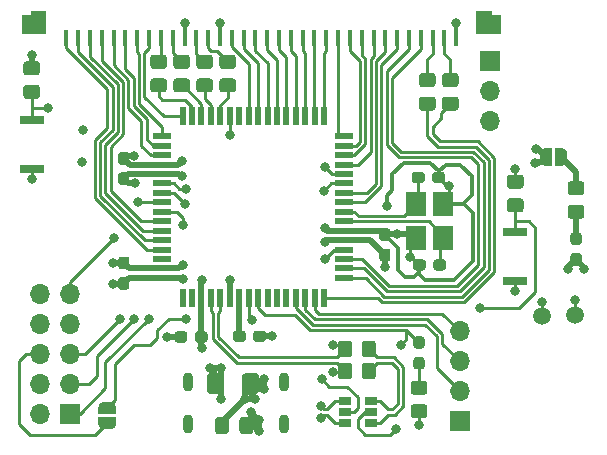
<source format=gbr>
%TF.GenerationSoftware,KiCad,Pcbnew,(5.1.10-1-10_14)*%
%TF.CreationDate,2021-07-23T11:32:30+02:00*%
%TF.ProjectId,WiredSEK,57697265-6453-4454-9b2e-6b696361645f,rev?*%
%TF.SameCoordinates,Original*%
%TF.FileFunction,Copper,L1,Top*%
%TF.FilePolarity,Positive*%
%FSLAX46Y46*%
G04 Gerber Fmt 4.6, Leading zero omitted, Abs format (unit mm)*
G04 Created by KiCad (PCBNEW (5.1.10-1-10_14)) date 2021-07-23 11:32:30*
%MOMM*%
%LPD*%
G01*
G04 APERTURE LIST*
%TA.AperFunction,SMDPad,CuDef*%
%ADD10R,2.000000X0.800000*%
%TD*%
%TA.AperFunction,ComponentPad*%
%ADD11O,0.900000X1.600000*%
%TD*%
%TA.AperFunction,SMDPad,CuDef*%
%ADD12R,1.500000X0.550000*%
%TD*%
%TA.AperFunction,SMDPad,CuDef*%
%ADD13R,0.550000X1.500000*%
%TD*%
%TA.AperFunction,SMDPad,CuDef*%
%ADD14R,0.300000X1.400000*%
%TD*%
%TA.AperFunction,SMDPad,CuDef*%
%ADD15C,0.100000*%
%TD*%
%TA.AperFunction,ComponentPad*%
%ADD16O,1.700000X1.700000*%
%TD*%
%TA.AperFunction,ComponentPad*%
%ADD17R,1.700000X1.700000*%
%TD*%
%TA.AperFunction,SMDPad,CuDef*%
%ADD18R,1.800000X2.100000*%
%TD*%
%TA.AperFunction,SMDPad,CuDef*%
%ADD19R,1.060000X0.650000*%
%TD*%
%TA.AperFunction,SMDPad,CuDef*%
%ADD20C,1.500000*%
%TD*%
%TA.AperFunction,ViaPad*%
%ADD21C,0.800000*%
%TD*%
%TA.AperFunction,Conductor*%
%ADD22C,0.250000*%
%TD*%
%TA.AperFunction,Conductor*%
%ADD23C,0.550000*%
%TD*%
%TA.AperFunction,Conductor*%
%ADD24C,0.300000*%
%TD*%
%TA.AperFunction,Conductor*%
%ADD25C,0.500000*%
%TD*%
%TA.AperFunction,Conductor*%
%ADD26C,0.261112*%
%TD*%
G04 APERTURE END LIST*
D10*
%TO.P,SW2,2*%
%TO.N,GND*%
X111100000Y-64850000D03*
%TO.P,SW2,1*%
%TO.N,RESET*%
X111100000Y-60650000D03*
%TD*%
%TO.P,SW1,2*%
%TO.N,GND*%
X70200000Y-55350000D03*
%TO.P,SW1,1*%
%TO.N,HWB*%
X70200000Y-51150000D03*
%TD*%
D11*
%TO.P,J2,*%
%TO.N,*%
X91550000Y-73400000D03*
X83350000Y-73400000D03*
X83350000Y-76950000D03*
X91550000Y-76950000D03*
%TD*%
%TO.P,C5,2*%
%TO.N,GND*%
%TA.AperFunction,SMDPad,CuDef*%
G36*
G01*
X88925000Y-69737500D02*
X88925000Y-69262500D01*
G75*
G02*
X89162500Y-69025000I237500J0D01*
G01*
X89762500Y-69025000D01*
G75*
G02*
X90000000Y-69262500I0J-237500D01*
G01*
X90000000Y-69737500D01*
G75*
G02*
X89762500Y-69975000I-237500J0D01*
G01*
X89162500Y-69975000D01*
G75*
G02*
X88925000Y-69737500I0J237500D01*
G01*
G37*
%TD.AperFunction*%
%TO.P,C5,1*%
%TO.N,Net-(C5-Pad1)*%
%TA.AperFunction,SMDPad,CuDef*%
G36*
G01*
X87200000Y-69737500D02*
X87200000Y-69262500D01*
G75*
G02*
X87437500Y-69025000I237500J0D01*
G01*
X88037500Y-69025000D01*
G75*
G02*
X88275000Y-69262500I0J-237500D01*
G01*
X88275000Y-69737500D01*
G75*
G02*
X88037500Y-69975000I-237500J0D01*
G01*
X87437500Y-69975000D01*
G75*
G02*
X87200000Y-69737500I0J237500D01*
G01*
G37*
%TD.AperFunction*%
%TD*%
%TO.P,D1,2*%
%TO.N,LED_STATUS*%
%TA.AperFunction,SMDPad,CuDef*%
G36*
G01*
X103187500Y-70550000D02*
X102712500Y-70550000D01*
G75*
G02*
X102475000Y-70312500I0J237500D01*
G01*
X102475000Y-69737500D01*
G75*
G02*
X102712500Y-69500000I237500J0D01*
G01*
X103187500Y-69500000D01*
G75*
G02*
X103425000Y-69737500I0J-237500D01*
G01*
X103425000Y-70312500D01*
G75*
G02*
X103187500Y-70550000I-237500J0D01*
G01*
G37*
%TD.AperFunction*%
%TO.P,D1,1*%
%TO.N,Net-(D1-Pad1)*%
%TA.AperFunction,SMDPad,CuDef*%
G36*
G01*
X103187500Y-72300000D02*
X102712500Y-72300000D01*
G75*
G02*
X102475000Y-72062500I0J237500D01*
G01*
X102475000Y-71487500D01*
G75*
G02*
X102712500Y-71250000I237500J0D01*
G01*
X103187500Y-71250000D01*
G75*
G02*
X103425000Y-71487500I0J-237500D01*
G01*
X103425000Y-72062500D01*
G75*
G02*
X103187500Y-72300000I-237500J0D01*
G01*
G37*
%TD.AperFunction*%
%TD*%
D12*
%TO.P,U2,64*%
%TO.N,+5V*%
X81230000Y-64550000D03*
%TO.P,U2,63*%
%TO.N,GND*%
X81230000Y-63750000D03*
%TO.P,U2,62*%
%TO.N,Net-(U2-Pad62)*%
X81230000Y-62950000D03*
%TO.P,U2,61*%
%TO.N,KROW_0*%
X81230000Y-62150000D03*
%TO.P,U2,60*%
%TO.N,KROW_1*%
X81230000Y-61350000D03*
%TO.P,U2,59*%
%TO.N,KROW_2*%
X81230000Y-60550000D03*
%TO.P,U2,58*%
%TO.N,KROW_3*%
X81230000Y-59750000D03*
%TO.P,U2,57*%
%TO.N,TCK*%
X81230000Y-58950000D03*
%TO.P,U2,56*%
%TO.N,TMS*%
X81230000Y-58150000D03*
%TO.P,U2,55*%
%TO.N,TDO*%
X81230000Y-57350000D03*
%TO.P,U2,54*%
%TO.N,TDI*%
X81230000Y-56550000D03*
%TO.P,U2,53*%
%TO.N,GND*%
X81230000Y-55750000D03*
%TO.P,U2,52*%
%TO.N,+5V*%
X81230000Y-54950000D03*
%TO.P,U2,51*%
%TO.N,KROW_4*%
X81230000Y-54150000D03*
%TO.P,U2,50*%
%TO.N,KROW_5*%
X81230000Y-53350000D03*
%TO.P,U2,49*%
%TO.N,KROW_6*%
X81230000Y-52550000D03*
D13*
%TO.P,U2,48*%
%TO.N,KROW_7*%
X82930000Y-50850000D03*
%TO.P,U2,47*%
%TO.N,NL_LED*%
X83730000Y-50850000D03*
%TO.P,U2,46*%
%TO.N,CL_LED*%
X84530000Y-50850000D03*
%TO.P,U2,45*%
%TO.N,PRW_LED*%
X85330000Y-50850000D03*
%TO.P,U2,44*%
%TO.N,PRR_LED*%
X86130000Y-50850000D03*
%TO.P,U2,43*%
%TO.N,HWB*%
X86930000Y-50850000D03*
%TO.P,U2,42*%
%TO.N,Net-(U2-Pad42)*%
X87730000Y-50850000D03*
%TO.P,U2,41*%
%TO.N,KCOL_0*%
X88530000Y-50850000D03*
%TO.P,U2,40*%
%TO.N,KCOL_1*%
X89330000Y-50850000D03*
%TO.P,U2,39*%
%TO.N,KCOL_2*%
X90130000Y-50850000D03*
%TO.P,U2,38*%
%TO.N,KCOL_3*%
X90930000Y-50850000D03*
%TO.P,U2,37*%
%TO.N,KCOL_4*%
X91730000Y-50850000D03*
%TO.P,U2,36*%
%TO.N,KCOL_5*%
X92530000Y-50850000D03*
%TO.P,U2,35*%
%TO.N,KCOL_6*%
X93330000Y-50850000D03*
%TO.P,U2,34*%
%TO.N,KCOL_7*%
X94130000Y-50850000D03*
%TO.P,U2,33*%
%TO.N,KCOL_8*%
X94930000Y-50850000D03*
D12*
%TO.P,U2,32*%
%TO.N,KCOL_9*%
X96630000Y-52550000D03*
%TO.P,U2,31*%
%TO.N,KCOL_10*%
X96630000Y-53350000D03*
%TO.P,U2,30*%
%TO.N,KCOL_11*%
X96630000Y-54150000D03*
%TO.P,U2,29*%
%TO.N,KCOL_12*%
X96630000Y-54950000D03*
%TO.P,U2,28*%
%TO.N,TX*%
X96630000Y-55750000D03*
%TO.P,U2,27*%
%TO.N,RX*%
X96630000Y-56550000D03*
%TO.P,U2,26*%
%TO.N,KCOL_13*%
X96630000Y-57350000D03*
%TO.P,U2,25*%
%TO.N,KCOL_14*%
X96630000Y-58150000D03*
%TO.P,U2,24*%
%TO.N,XTAL1*%
X96630000Y-58950000D03*
%TO.P,U2,23*%
%TO.N,XTAL2*%
X96630000Y-59750000D03*
%TO.P,U2,22*%
%TO.N,GND*%
X96630000Y-60550000D03*
%TO.P,U2,21*%
%TO.N,+5V*%
X96630000Y-61350000D03*
%TO.P,U2,20*%
%TO.N,RESET*%
X96630000Y-62150000D03*
%TO.P,U2,19*%
%TO.N,KCOL_15*%
X96630000Y-62950000D03*
%TO.P,U2,18*%
%TO.N,KCOL_16*%
X96630000Y-63750000D03*
%TO.P,U2,17*%
%TO.N,FN_LED*%
X96630000Y-64550000D03*
D13*
%TO.P,U2,16*%
%TO.N,RL_LED*%
X94930000Y-66250000D03*
%TO.P,U2,15*%
%TO.N,T0*%
X94130000Y-66250000D03*
%TO.P,U2,14*%
%TO.N,T1*%
X93330000Y-66250000D03*
%TO.P,U2,13*%
%TO.N,T2*%
X92530000Y-66250000D03*
%TO.P,U2,12*%
%TO.N,Net-(U2-Pad12)*%
X91730000Y-66250000D03*
%TO.P,U2,11*%
%TO.N,Net-(U2-Pad11)*%
X90930000Y-66250000D03*
%TO.P,U2,10*%
%TO.N,Net-(U2-Pad10)*%
X90130000Y-66250000D03*
%TO.P,U2,9*%
%TO.N,LED_STATUS*%
X89330000Y-66250000D03*
%TO.P,U2,8*%
%TO.N,VBUS*%
X88530000Y-66250000D03*
%TO.P,U2,7*%
%TO.N,Net-(C5-Pad1)*%
X87730000Y-66250000D03*
%TO.P,U2,6*%
%TO.N,GND*%
X86930000Y-66250000D03*
%TO.P,U2,5*%
%TO.N,D+*%
X86130000Y-66250000D03*
%TO.P,U2,4*%
%TO.N,D-*%
X85330000Y-66250000D03*
%TO.P,U2,3*%
%TO.N,+5V*%
X84530000Y-66250000D03*
%TO.P,U2,2*%
%TO.N,Net-(U2-Pad2)*%
X83730000Y-66250000D03*
%TO.P,U2,1*%
%TO.N,Net-(U2-Pad1)*%
X82930000Y-66250000D03*
%TD*%
%TO.P,R7,2*%
%TO.N,PRW_LED*%
%TA.AperFunction,SMDPad,CuDef*%
G36*
G01*
X84349999Y-47650000D02*
X85250001Y-47650000D01*
G75*
G02*
X85500000Y-47899999I0J-249999D01*
G01*
X85500000Y-48600001D01*
G75*
G02*
X85250001Y-48850000I-249999J0D01*
G01*
X84349999Y-48850000D01*
G75*
G02*
X84100000Y-48600001I0J249999D01*
G01*
X84100000Y-47899999D01*
G75*
G02*
X84349999Y-47650000I249999J0D01*
G01*
G37*
%TD.AperFunction*%
%TO.P,R7,1*%
%TO.N,Net-(J1-Pad12)*%
%TA.AperFunction,SMDPad,CuDef*%
G36*
G01*
X84349999Y-45650000D02*
X85250001Y-45650000D01*
G75*
G02*
X85500000Y-45899999I0J-249999D01*
G01*
X85500000Y-46600001D01*
G75*
G02*
X85250001Y-46850000I-249999J0D01*
G01*
X84349999Y-46850000D01*
G75*
G02*
X84100000Y-46600001I0J249999D01*
G01*
X84100000Y-45899999D01*
G75*
G02*
X84349999Y-45650000I249999J0D01*
G01*
G37*
%TD.AperFunction*%
%TD*%
%TO.P,R11,2*%
%TO.N,NL_LED*%
%TA.AperFunction,SMDPad,CuDef*%
G36*
G01*
X80449999Y-47650000D02*
X81350001Y-47650000D01*
G75*
G02*
X81600000Y-47899999I0J-249999D01*
G01*
X81600000Y-48600001D01*
G75*
G02*
X81350001Y-48850000I-249999J0D01*
G01*
X80449999Y-48850000D01*
G75*
G02*
X80200000Y-48600001I0J249999D01*
G01*
X80200000Y-47899999D01*
G75*
G02*
X80449999Y-47650000I249999J0D01*
G01*
G37*
%TD.AperFunction*%
%TO.P,R11,1*%
%TO.N,Net-(J1-Pad9)*%
%TA.AperFunction,SMDPad,CuDef*%
G36*
G01*
X80449999Y-45650000D02*
X81350001Y-45650000D01*
G75*
G02*
X81600000Y-45899999I0J-249999D01*
G01*
X81600000Y-46600001D01*
G75*
G02*
X81350001Y-46850000I-249999J0D01*
G01*
X80449999Y-46850000D01*
G75*
G02*
X80200000Y-46600001I0J249999D01*
G01*
X80200000Y-45899999D01*
G75*
G02*
X80449999Y-45650000I249999J0D01*
G01*
G37*
%TD.AperFunction*%
%TD*%
D14*
%TO.P,J1,34*%
%TO.N,GND*%
X106100000Y-44210000D03*
%TO.P,J1,33*%
%TO.N,Net-(J1-Pad33)*%
X105100000Y-44210000D03*
%TO.P,J1,32*%
%TO.N,Net-(J1-Pad32)*%
X104100000Y-44210000D03*
%TO.P,J1,31*%
%TO.N,KCOL_16*%
X103100000Y-44210000D03*
%TO.P,J1,30*%
%TO.N,KCOL_15*%
X102100000Y-44210000D03*
%TO.P,J1,29*%
%TO.N,KCOL_14*%
X101100000Y-44210000D03*
%TO.P,J1,28*%
%TO.N,KCOL_13*%
X100100000Y-44210000D03*
%TO.P,J1,27*%
%TO.N,KCOL_12*%
X99100000Y-44210000D03*
%TO.P,J1,26*%
%TO.N,KCOL_11*%
X98100000Y-44210000D03*
%TO.P,J1,25*%
%TO.N,KCOL_10*%
X97100000Y-44210000D03*
%TO.P,J1,24*%
%TO.N,KCOL_9*%
X96100000Y-44210000D03*
%TO.P,J1,23*%
%TO.N,KCOL_8*%
X95100000Y-44210000D03*
%TO.P,J1,22*%
%TO.N,KCOL_7*%
X94100000Y-44210000D03*
%TO.P,J1,21*%
%TO.N,KCOL_6*%
X93100000Y-44210000D03*
%TO.P,J1,20*%
%TO.N,KCOL_5*%
X92100000Y-44210000D03*
%TO.P,J1,19*%
%TO.N,KCOL_4*%
X91100000Y-44210000D03*
%TO.P,J1,18*%
%TO.N,KCOL_3*%
X90100000Y-44210000D03*
%TO.P,J1,17*%
%TO.N,KCOL_2*%
X89100000Y-44210000D03*
%TO.P,J1,16*%
%TO.N,KCOL_1*%
X88100000Y-44210000D03*
%TO.P,J1,15*%
%TO.N,KCOL_0*%
X87100000Y-44210000D03*
%TO.P,J1,14*%
%TO.N,+5V*%
X86100000Y-44210000D03*
%TO.P,J1,13*%
%TO.N,Net-(J1-Pad13)*%
X85100000Y-44210000D03*
%TO.P,J1,12*%
%TO.N,Net-(J1-Pad12)*%
X84100000Y-44210000D03*
%TO.P,J1,11*%
%TO.N,GND*%
X83100000Y-44210000D03*
%TO.P,J1,10*%
%TO.N,Net-(J1-Pad10)*%
X82100000Y-44210000D03*
%TO.P,J1,9*%
%TO.N,Net-(J1-Pad9)*%
X81100000Y-44210000D03*
%TO.P,J1,8*%
%TO.N,KROW_7*%
X80100000Y-44210000D03*
%TO.P,J1,7*%
%TO.N,KROW_6*%
X79100000Y-44210000D03*
%TO.P,J1,6*%
%TO.N,KROW_5*%
X78100000Y-44210000D03*
%TO.P,J1,5*%
%TO.N,KROW_4*%
X77100000Y-44210000D03*
%TO.P,J1,4*%
%TO.N,KROW_3*%
X76100000Y-44210000D03*
%TO.P,J1,3*%
%TO.N,KROW_2*%
X75100000Y-44210000D03*
%TO.P,J1,2*%
%TO.N,KROW_1*%
X74100000Y-44210000D03*
%TA.AperFunction,SMDPad,CuDef*%
D15*
%TO.P,J1,*%
%TO.N,*%
G36*
X71400000Y-43910000D02*
G01*
X69300000Y-43910000D01*
X69300000Y-42310000D01*
X70100000Y-42310000D01*
X70100000Y-41960000D01*
X71400000Y-41960000D01*
X71400000Y-43910000D01*
G37*
%TD.AperFunction*%
%TA.AperFunction,SMDPad,CuDef*%
G36*
X109100000Y-42310000D02*
G01*
X109900000Y-42310000D01*
X109900000Y-43910000D01*
X107800000Y-43910000D01*
X107800000Y-41960000D01*
X109100000Y-41960000D01*
X109100000Y-42310000D01*
G37*
%TD.AperFunction*%
D14*
%TO.P,J1,1*%
%TO.N,KROW_0*%
X73100000Y-44210000D03*
%TD*%
D16*
%TO.P,J4,3*%
%TO.N,TX*%
X108950000Y-51280000D03*
%TO.P,J4,2*%
%TO.N,RX*%
X108950000Y-48740000D03*
D17*
%TO.P,J4,1*%
%TO.N,GND*%
X108950000Y-46200000D03*
%TD*%
%TO.P,R12,2*%
%TO.N,RL_LED*%
%TA.AperFunction,SMDPad,CuDef*%
G36*
G01*
X105149999Y-49200000D02*
X106050001Y-49200000D01*
G75*
G02*
X106300000Y-49449999I0J-249999D01*
G01*
X106300000Y-50150001D01*
G75*
G02*
X106050001Y-50400000I-249999J0D01*
G01*
X105149999Y-50400000D01*
G75*
G02*
X104900000Y-50150001I0J249999D01*
G01*
X104900000Y-49449999D01*
G75*
G02*
X105149999Y-49200000I249999J0D01*
G01*
G37*
%TD.AperFunction*%
%TO.P,R12,1*%
%TO.N,Net-(J1-Pad33)*%
%TA.AperFunction,SMDPad,CuDef*%
G36*
G01*
X105149999Y-47200000D02*
X106050001Y-47200000D01*
G75*
G02*
X106300000Y-47449999I0J-249999D01*
G01*
X106300000Y-48150001D01*
G75*
G02*
X106050001Y-48400000I-249999J0D01*
G01*
X105149999Y-48400000D01*
G75*
G02*
X104900000Y-48150001I0J249999D01*
G01*
X104900000Y-47449999D01*
G75*
G02*
X105149999Y-47200000I249999J0D01*
G01*
G37*
%TD.AperFunction*%
%TD*%
%TO.P,R10,2*%
%TO.N,FN_LED*%
%TA.AperFunction,SMDPad,CuDef*%
G36*
G01*
X103199999Y-49200000D02*
X104100001Y-49200000D01*
G75*
G02*
X104350000Y-49449999I0J-249999D01*
G01*
X104350000Y-50150001D01*
G75*
G02*
X104100001Y-50400000I-249999J0D01*
G01*
X103199999Y-50400000D01*
G75*
G02*
X102950000Y-50150001I0J249999D01*
G01*
X102950000Y-49449999D01*
G75*
G02*
X103199999Y-49200000I249999J0D01*
G01*
G37*
%TD.AperFunction*%
%TO.P,R10,1*%
%TO.N,Net-(J1-Pad32)*%
%TA.AperFunction,SMDPad,CuDef*%
G36*
G01*
X103199999Y-47200000D02*
X104100001Y-47200000D01*
G75*
G02*
X104350000Y-47449999I0J-249999D01*
G01*
X104350000Y-48150001D01*
G75*
G02*
X104100001Y-48400000I-249999J0D01*
G01*
X103199999Y-48400000D01*
G75*
G02*
X102950000Y-48150001I0J249999D01*
G01*
X102950000Y-47449999D01*
G75*
G02*
X103199999Y-47200000I249999J0D01*
G01*
G37*
%TD.AperFunction*%
%TD*%
%TO.P,R9,2*%
%TO.N,CL_LED*%
%TA.AperFunction,SMDPad,CuDef*%
G36*
G01*
X82399999Y-47650000D02*
X83300001Y-47650000D01*
G75*
G02*
X83550000Y-47899999I0J-249999D01*
G01*
X83550000Y-48600001D01*
G75*
G02*
X83300001Y-48850000I-249999J0D01*
G01*
X82399999Y-48850000D01*
G75*
G02*
X82150000Y-48600001I0J249999D01*
G01*
X82150000Y-47899999D01*
G75*
G02*
X82399999Y-47650000I249999J0D01*
G01*
G37*
%TD.AperFunction*%
%TO.P,R9,1*%
%TO.N,Net-(J1-Pad10)*%
%TA.AperFunction,SMDPad,CuDef*%
G36*
G01*
X82399999Y-45650000D02*
X83300001Y-45650000D01*
G75*
G02*
X83550000Y-45899999I0J-249999D01*
G01*
X83550000Y-46600001D01*
G75*
G02*
X83300001Y-46850000I-249999J0D01*
G01*
X82399999Y-46850000D01*
G75*
G02*
X82150000Y-46600001I0J249999D01*
G01*
X82150000Y-45899999D01*
G75*
G02*
X82399999Y-45650000I249999J0D01*
G01*
G37*
%TD.AperFunction*%
%TD*%
%TO.P,R8,2*%
%TO.N,PRR_LED*%
%TA.AperFunction,SMDPad,CuDef*%
G36*
G01*
X86299999Y-47650000D02*
X87200001Y-47650000D01*
G75*
G02*
X87450000Y-47899999I0J-249999D01*
G01*
X87450000Y-48600001D01*
G75*
G02*
X87200001Y-48850000I-249999J0D01*
G01*
X86299999Y-48850000D01*
G75*
G02*
X86050000Y-48600001I0J249999D01*
G01*
X86050000Y-47899999D01*
G75*
G02*
X86299999Y-47650000I249999J0D01*
G01*
G37*
%TD.AperFunction*%
%TO.P,R8,1*%
%TO.N,Net-(J1-Pad13)*%
%TA.AperFunction,SMDPad,CuDef*%
G36*
G01*
X86299999Y-45650000D02*
X87200001Y-45650000D01*
G75*
G02*
X87450000Y-45899999I0J-249999D01*
G01*
X87450000Y-46600001D01*
G75*
G02*
X87200001Y-46850000I-249999J0D01*
G01*
X86299999Y-46850000D01*
G75*
G02*
X86050000Y-46600001I0J249999D01*
G01*
X86050000Y-45899999D01*
G75*
G02*
X86299999Y-45650000I249999J0D01*
G01*
G37*
%TD.AperFunction*%
%TD*%
%TA.AperFunction,SMDPad,CuDef*%
D15*
%TO.P,JP2,2*%
%TO.N,GND*%
G36*
X113700000Y-55049398D02*
G01*
X113675466Y-55049398D01*
X113626635Y-55044588D01*
X113578510Y-55035016D01*
X113531555Y-55020772D01*
X113486222Y-55001995D01*
X113442949Y-54978864D01*
X113402150Y-54951604D01*
X113364221Y-54920476D01*
X113329524Y-54885779D01*
X113298396Y-54847850D01*
X113271136Y-54807051D01*
X113248005Y-54763778D01*
X113229228Y-54718445D01*
X113214984Y-54671490D01*
X113205412Y-54623365D01*
X113200602Y-54574534D01*
X113200602Y-54550000D01*
X113200000Y-54550000D01*
X113200000Y-54050000D01*
X113200602Y-54050000D01*
X113200602Y-54025466D01*
X113205412Y-53976635D01*
X113214984Y-53928510D01*
X113229228Y-53881555D01*
X113248005Y-53836222D01*
X113271136Y-53792949D01*
X113298396Y-53752150D01*
X113329524Y-53714221D01*
X113364221Y-53679524D01*
X113402150Y-53648396D01*
X113442949Y-53621136D01*
X113486222Y-53598005D01*
X113531555Y-53579228D01*
X113578510Y-53564984D01*
X113626635Y-53555412D01*
X113675466Y-53550602D01*
X113700000Y-53550602D01*
X113700000Y-53550000D01*
X114200000Y-53550000D01*
X114200000Y-55050000D01*
X113700000Y-55050000D01*
X113700000Y-55049398D01*
G37*
%TD.AperFunction*%
%TA.AperFunction,SMDPad,CuDef*%
%TO.P,JP2,1*%
%TO.N,Net-(JP2-Pad1)*%
G36*
X114500000Y-53550000D02*
G01*
X115000000Y-53550000D01*
X115000000Y-53550602D01*
X115024534Y-53550602D01*
X115073365Y-53555412D01*
X115121490Y-53564984D01*
X115168445Y-53579228D01*
X115213778Y-53598005D01*
X115257051Y-53621136D01*
X115297850Y-53648396D01*
X115335779Y-53679524D01*
X115370476Y-53714221D01*
X115401604Y-53752150D01*
X115428864Y-53792949D01*
X115451995Y-53836222D01*
X115470772Y-53881555D01*
X115485016Y-53928510D01*
X115494588Y-53976635D01*
X115499398Y-54025466D01*
X115499398Y-54050000D01*
X115500000Y-54050000D01*
X115500000Y-54550000D01*
X115499398Y-54550000D01*
X115499398Y-54574534D01*
X115494588Y-54623365D01*
X115485016Y-54671490D01*
X115470772Y-54718445D01*
X115451995Y-54763778D01*
X115428864Y-54807051D01*
X115401604Y-54847850D01*
X115370476Y-54885779D01*
X115335779Y-54920476D01*
X115297850Y-54951604D01*
X115257051Y-54978864D01*
X115213778Y-55001995D01*
X115168445Y-55020772D01*
X115121490Y-55035016D01*
X115073365Y-55044588D01*
X115024534Y-55049398D01*
X115000000Y-55049398D01*
X115000000Y-55050000D01*
X114500000Y-55050000D01*
X114500000Y-53550000D01*
G37*
%TD.AperFunction*%
%TD*%
%TO.P,D2,2*%
%TO.N,+5V*%
%TA.AperFunction,SMDPad,CuDef*%
G36*
G01*
X116012500Y-62450000D02*
X116487500Y-62450000D01*
G75*
G02*
X116725000Y-62687500I0J-237500D01*
G01*
X116725000Y-63262500D01*
G75*
G02*
X116487500Y-63500000I-237500J0D01*
G01*
X116012500Y-63500000D01*
G75*
G02*
X115775000Y-63262500I0J237500D01*
G01*
X115775000Y-62687500D01*
G75*
G02*
X116012500Y-62450000I237500J0D01*
G01*
G37*
%TD.AperFunction*%
%TO.P,D2,1*%
%TO.N,Net-(D2-Pad1)*%
%TA.AperFunction,SMDPad,CuDef*%
G36*
G01*
X116012500Y-60700000D02*
X116487500Y-60700000D01*
G75*
G02*
X116725000Y-60937500I0J-237500D01*
G01*
X116725000Y-61512500D01*
G75*
G02*
X116487500Y-61750000I-237500J0D01*
G01*
X116012500Y-61750000D01*
G75*
G02*
X115775000Y-61512500I0J237500D01*
G01*
X115775000Y-60937500D01*
G75*
G02*
X116012500Y-60700000I237500J0D01*
G01*
G37*
%TD.AperFunction*%
%TD*%
D18*
%TO.P,Y1,4*%
%TO.N,GND*%
X104970000Y-58300000D03*
%TO.P,Y1,3*%
%TO.N,XTAL2*%
X104970000Y-61200000D03*
%TO.P,Y1,2*%
%TO.N,GND*%
X102670000Y-61200000D03*
%TO.P,Y1,1*%
%TO.N,XTAL1*%
X102670000Y-58300000D03*
%TD*%
D19*
%TO.P,U1,5*%
%TO.N,VBUS*%
X96650000Y-75900000D03*
%TO.P,U1,6*%
%TO.N,USB_CONN_D+*%
X96650000Y-76850000D03*
%TO.P,U1,4*%
%TO.N,USB_CONN_D-*%
X96650000Y-74950000D03*
%TO.P,U1,3*%
%TO.N,USB_D-*%
X98850000Y-74950000D03*
%TO.P,U1,2*%
%TO.N,GND*%
X98850000Y-75900000D03*
%TO.P,U1,1*%
%TO.N,USB_D+*%
X98850000Y-76850000D03*
%TD*%
D20*
%TO.P,TP16,1*%
%TO.N,GND*%
X116150000Y-67700000D03*
%TD*%
%TO.P,TP6,1*%
%TO.N,+5V*%
X113400000Y-67800000D03*
%TD*%
%TO.P,R6,2*%
%TO.N,USB_D-*%
%TA.AperFunction,SMDPad,CuDef*%
G36*
G01*
X98100000Y-72900001D02*
X98100000Y-71999999D01*
G75*
G02*
X98349999Y-71750000I249999J0D01*
G01*
X99050001Y-71750000D01*
G75*
G02*
X99300000Y-71999999I0J-249999D01*
G01*
X99300000Y-72900001D01*
G75*
G02*
X99050001Y-73150000I-249999J0D01*
G01*
X98349999Y-73150000D01*
G75*
G02*
X98100000Y-72900001I0J249999D01*
G01*
G37*
%TD.AperFunction*%
%TO.P,R6,1*%
%TO.N,D-*%
%TA.AperFunction,SMDPad,CuDef*%
G36*
G01*
X96100000Y-72900001D02*
X96100000Y-71999999D01*
G75*
G02*
X96349999Y-71750000I249999J0D01*
G01*
X97050001Y-71750000D01*
G75*
G02*
X97300000Y-71999999I0J-249999D01*
G01*
X97300000Y-72900001D01*
G75*
G02*
X97050001Y-73150000I-249999J0D01*
G01*
X96349999Y-73150000D01*
G75*
G02*
X96100000Y-72900001I0J249999D01*
G01*
G37*
%TD.AperFunction*%
%TD*%
%TO.P,R5,2*%
%TO.N,USB_D+*%
%TA.AperFunction,SMDPad,CuDef*%
G36*
G01*
X98100000Y-71000001D02*
X98100000Y-70099999D01*
G75*
G02*
X98349999Y-69850000I249999J0D01*
G01*
X99050001Y-69850000D01*
G75*
G02*
X99300000Y-70099999I0J-249999D01*
G01*
X99300000Y-71000001D01*
G75*
G02*
X99050001Y-71250000I-249999J0D01*
G01*
X98349999Y-71250000D01*
G75*
G02*
X98100000Y-71000001I0J249999D01*
G01*
G37*
%TD.AperFunction*%
%TO.P,R5,1*%
%TO.N,D+*%
%TA.AperFunction,SMDPad,CuDef*%
G36*
G01*
X96100000Y-71000001D02*
X96100000Y-70099999D01*
G75*
G02*
X96349999Y-69850000I249999J0D01*
G01*
X97050001Y-69850000D01*
G75*
G02*
X97300000Y-70099999I0J-249999D01*
G01*
X97300000Y-71000001D01*
G75*
G02*
X97050001Y-71250000I-249999J0D01*
G01*
X96349999Y-71250000D01*
G75*
G02*
X96100000Y-71000001I0J249999D01*
G01*
G37*
%TD.AperFunction*%
%TD*%
%TO.P,R4,2*%
%TO.N,Net-(JP2-Pad1)*%
%TA.AperFunction,SMDPad,CuDef*%
G36*
G01*
X116700001Y-57550000D02*
X115799999Y-57550000D01*
G75*
G02*
X115550000Y-57300001I0J249999D01*
G01*
X115550000Y-56599999D01*
G75*
G02*
X115799999Y-56350000I249999J0D01*
G01*
X116700001Y-56350000D01*
G75*
G02*
X116950000Y-56599999I0J-249999D01*
G01*
X116950000Y-57300001D01*
G75*
G02*
X116700001Y-57550000I-249999J0D01*
G01*
G37*
%TD.AperFunction*%
%TO.P,R4,1*%
%TO.N,Net-(D2-Pad1)*%
%TA.AperFunction,SMDPad,CuDef*%
G36*
G01*
X116700001Y-59550000D02*
X115799999Y-59550000D01*
G75*
G02*
X115550000Y-59300001I0J249999D01*
G01*
X115550000Y-58599999D01*
G75*
G02*
X115799999Y-58350000I249999J0D01*
G01*
X116700001Y-58350000D01*
G75*
G02*
X116950000Y-58599999I0J-249999D01*
G01*
X116950000Y-59300001D01*
G75*
G02*
X116700001Y-59550000I-249999J0D01*
G01*
G37*
%TD.AperFunction*%
%TD*%
%TO.P,R3,2*%
%TO.N,GND*%
%TA.AperFunction,SMDPad,CuDef*%
G36*
G01*
X102499999Y-75250000D02*
X103400001Y-75250000D01*
G75*
G02*
X103650000Y-75499999I0J-249999D01*
G01*
X103650000Y-76200001D01*
G75*
G02*
X103400001Y-76450000I-249999J0D01*
G01*
X102499999Y-76450000D01*
G75*
G02*
X102250000Y-76200001I0J249999D01*
G01*
X102250000Y-75499999D01*
G75*
G02*
X102499999Y-75250000I249999J0D01*
G01*
G37*
%TD.AperFunction*%
%TO.P,R3,1*%
%TO.N,Net-(D1-Pad1)*%
%TA.AperFunction,SMDPad,CuDef*%
G36*
G01*
X102499999Y-73250000D02*
X103400001Y-73250000D01*
G75*
G02*
X103650000Y-73499999I0J-249999D01*
G01*
X103650000Y-74200001D01*
G75*
G02*
X103400001Y-74450000I-249999J0D01*
G01*
X102499999Y-74450000D01*
G75*
G02*
X102250000Y-74200001I0J249999D01*
G01*
X102250000Y-73499999D01*
G75*
G02*
X102499999Y-73250000I249999J0D01*
G01*
G37*
%TD.AperFunction*%
%TD*%
%TO.P,R2,2*%
%TO.N,RESET*%
%TA.AperFunction,SMDPad,CuDef*%
G36*
G01*
X110649999Y-57800000D02*
X111550001Y-57800000D01*
G75*
G02*
X111800000Y-58049999I0J-249999D01*
G01*
X111800000Y-58750001D01*
G75*
G02*
X111550001Y-59000000I-249999J0D01*
G01*
X110649999Y-59000000D01*
G75*
G02*
X110400000Y-58750001I0J249999D01*
G01*
X110400000Y-58049999D01*
G75*
G02*
X110649999Y-57800000I249999J0D01*
G01*
G37*
%TD.AperFunction*%
%TO.P,R2,1*%
%TO.N,+5V*%
%TA.AperFunction,SMDPad,CuDef*%
G36*
G01*
X110649999Y-55800000D02*
X111550001Y-55800000D01*
G75*
G02*
X111800000Y-56049999I0J-249999D01*
G01*
X111800000Y-56750001D01*
G75*
G02*
X111550001Y-57000000I-249999J0D01*
G01*
X110649999Y-57000000D01*
G75*
G02*
X110400000Y-56750001I0J249999D01*
G01*
X110400000Y-56049999D01*
G75*
G02*
X110649999Y-55800000I249999J0D01*
G01*
G37*
%TD.AperFunction*%
%TD*%
%TO.P,R1,2*%
%TO.N,HWB*%
%TA.AperFunction,SMDPad,CuDef*%
G36*
G01*
X69699999Y-48200000D02*
X70600001Y-48200000D01*
G75*
G02*
X70850000Y-48449999I0J-249999D01*
G01*
X70850000Y-49150001D01*
G75*
G02*
X70600001Y-49400000I-249999J0D01*
G01*
X69699999Y-49400000D01*
G75*
G02*
X69450000Y-49150001I0J249999D01*
G01*
X69450000Y-48449999D01*
G75*
G02*
X69699999Y-48200000I249999J0D01*
G01*
G37*
%TD.AperFunction*%
%TO.P,R1,1*%
%TO.N,+5V*%
%TA.AperFunction,SMDPad,CuDef*%
G36*
G01*
X69699999Y-46200000D02*
X70600001Y-46200000D01*
G75*
G02*
X70850000Y-46449999I0J-249999D01*
G01*
X70850000Y-47150001D01*
G75*
G02*
X70600001Y-47400000I-249999J0D01*
G01*
X69699999Y-47400000D01*
G75*
G02*
X69450000Y-47150001I0J249999D01*
G01*
X69450000Y-46449999D01*
G75*
G02*
X69699999Y-46200000I249999J0D01*
G01*
G37*
%TD.AperFunction*%
%TD*%
%TA.AperFunction,SMDPad,CuDef*%
D15*
%TO.P,JP1,2*%
%TO.N,RESET*%
G36*
X75800602Y-75550000D02*
G01*
X75800602Y-75525466D01*
X75805412Y-75476635D01*
X75814984Y-75428510D01*
X75829228Y-75381555D01*
X75848005Y-75336222D01*
X75871136Y-75292949D01*
X75898396Y-75252150D01*
X75929524Y-75214221D01*
X75964221Y-75179524D01*
X76002150Y-75148396D01*
X76042949Y-75121136D01*
X76086222Y-75098005D01*
X76131555Y-75079228D01*
X76178510Y-75064984D01*
X76226635Y-75055412D01*
X76275466Y-75050602D01*
X76300000Y-75050602D01*
X76300000Y-75050000D01*
X76800000Y-75050000D01*
X76800000Y-75050602D01*
X76824534Y-75050602D01*
X76873365Y-75055412D01*
X76921490Y-75064984D01*
X76968445Y-75079228D01*
X77013778Y-75098005D01*
X77057051Y-75121136D01*
X77097850Y-75148396D01*
X77135779Y-75179524D01*
X77170476Y-75214221D01*
X77201604Y-75252150D01*
X77228864Y-75292949D01*
X77251995Y-75336222D01*
X77270772Y-75381555D01*
X77285016Y-75428510D01*
X77294588Y-75476635D01*
X77299398Y-75525466D01*
X77299398Y-75550000D01*
X77300000Y-75550000D01*
X77300000Y-76050000D01*
X75800000Y-76050000D01*
X75800000Y-75550000D01*
X75800602Y-75550000D01*
G37*
%TD.AperFunction*%
%TA.AperFunction,SMDPad,CuDef*%
%TO.P,JP1,1*%
%TO.N,Net-(J3-Pad6)*%
G36*
X77300000Y-76350000D02*
G01*
X77300000Y-76850000D01*
X77299398Y-76850000D01*
X77299398Y-76874534D01*
X77294588Y-76923365D01*
X77285016Y-76971490D01*
X77270772Y-77018445D01*
X77251995Y-77063778D01*
X77228864Y-77107051D01*
X77201604Y-77147850D01*
X77170476Y-77185779D01*
X77135779Y-77220476D01*
X77097850Y-77251604D01*
X77057051Y-77278864D01*
X77013778Y-77301995D01*
X76968445Y-77320772D01*
X76921490Y-77335016D01*
X76873365Y-77344588D01*
X76824534Y-77349398D01*
X76800000Y-77349398D01*
X76800000Y-77350000D01*
X76300000Y-77350000D01*
X76300000Y-77349398D01*
X76275466Y-77349398D01*
X76226635Y-77344588D01*
X76178510Y-77335016D01*
X76131555Y-77320772D01*
X76086222Y-77301995D01*
X76042949Y-77278864D01*
X76002150Y-77251604D01*
X75964221Y-77220476D01*
X75929524Y-77185779D01*
X75898396Y-77147850D01*
X75871136Y-77107051D01*
X75848005Y-77063778D01*
X75829228Y-77018445D01*
X75814984Y-76971490D01*
X75805412Y-76923365D01*
X75800602Y-76874534D01*
X75800602Y-76850000D01*
X75800000Y-76850000D01*
X75800000Y-76350000D01*
X77300000Y-76350000D01*
G37*
%TD.AperFunction*%
%TD*%
D16*
%TO.P,J5,4*%
%TO.N,T0*%
X106400000Y-69080000D03*
%TO.P,J5,3*%
%TO.N,T1*%
X106400000Y-71620000D03*
%TO.P,J5,2*%
%TO.N,T2*%
X106400000Y-74160000D03*
D17*
%TO.P,J5,1*%
%TO.N,GND*%
X106400000Y-76700000D03*
%TD*%
D16*
%TO.P,J3,10*%
%TO.N,GND*%
X70860000Y-65890000D03*
%TO.P,J3,9*%
%TO.N,TDI*%
X73400000Y-65890000D03*
%TO.P,J3,8*%
%TO.N,Net-(J3-Pad8)*%
X70860000Y-68430000D03*
%TO.P,J3,7*%
%TO.N,+5V*%
X73400000Y-68430000D03*
%TO.P,J3,6*%
%TO.N,Net-(J3-Pad6)*%
X70860000Y-70970000D03*
%TO.P,J3,5*%
%TO.N,TMS*%
X73400000Y-70970000D03*
%TO.P,J3,4*%
%TO.N,+5V*%
X70860000Y-73510000D03*
%TO.P,J3,3*%
%TO.N,TDO*%
X73400000Y-73510000D03*
%TO.P,J3,2*%
%TO.N,GND*%
X70860000Y-76050000D03*
D17*
%TO.P,J3,1*%
%TO.N,TCK*%
X73400000Y-76050000D03*
%TD*%
%TO.P,F1,2*%
%TO.N,+5V*%
%TA.AperFunction,SMDPad,CuDef*%
G36*
G01*
X87975000Y-74125000D02*
X87975000Y-72875000D01*
G75*
G02*
X88225000Y-72625000I250000J0D01*
G01*
X89150000Y-72625000D01*
G75*
G02*
X89400000Y-72875000I0J-250000D01*
G01*
X89400000Y-74125000D01*
G75*
G02*
X89150000Y-74375000I-250000J0D01*
G01*
X88225000Y-74375000D01*
G75*
G02*
X87975000Y-74125000I0J250000D01*
G01*
G37*
%TD.AperFunction*%
%TO.P,F1,1*%
%TO.N,VBUS*%
%TA.AperFunction,SMDPad,CuDef*%
G36*
G01*
X85000000Y-74125000D02*
X85000000Y-72875000D01*
G75*
G02*
X85250000Y-72625000I250000J0D01*
G01*
X86175000Y-72625000D01*
G75*
G02*
X86425000Y-72875000I0J-250000D01*
G01*
X86425000Y-74125000D01*
G75*
G02*
X86175000Y-74375000I-250000J0D01*
G01*
X85250000Y-74375000D01*
G75*
G02*
X85000000Y-74125000I0J250000D01*
G01*
G37*
%TD.AperFunction*%
%TD*%
%TO.P,C9,2*%
%TO.N,GND*%
%TA.AperFunction,SMDPad,CuDef*%
G36*
G01*
X83325000Y-69312500D02*
X83325000Y-69787500D01*
G75*
G02*
X83087500Y-70025000I-237500J0D01*
G01*
X82487500Y-70025000D01*
G75*
G02*
X82250000Y-69787500I0J237500D01*
G01*
X82250000Y-69312500D01*
G75*
G02*
X82487500Y-69075000I237500J0D01*
G01*
X83087500Y-69075000D01*
G75*
G02*
X83325000Y-69312500I0J-237500D01*
G01*
G37*
%TD.AperFunction*%
%TO.P,C9,1*%
%TO.N,+5V*%
%TA.AperFunction,SMDPad,CuDef*%
G36*
G01*
X85050000Y-69312500D02*
X85050000Y-69787500D01*
G75*
G02*
X84812500Y-70025000I-237500J0D01*
G01*
X84212500Y-70025000D01*
G75*
G02*
X83975000Y-69787500I0J237500D01*
G01*
X83975000Y-69312500D01*
G75*
G02*
X84212500Y-69075000I237500J0D01*
G01*
X84812500Y-69075000D01*
G75*
G02*
X85050000Y-69312500I0J-237500D01*
G01*
G37*
%TD.AperFunction*%
%TD*%
%TO.P,C8,1*%
%TO.N,+5V*%
%TA.AperFunction,SMDPad,CuDef*%
G36*
G01*
X77712500Y-53887500D02*
X78187500Y-53887500D01*
G75*
G02*
X78425000Y-54125000I0J-237500D01*
G01*
X78425000Y-54725000D01*
G75*
G02*
X78187500Y-54962500I-237500J0D01*
G01*
X77712500Y-54962500D01*
G75*
G02*
X77475000Y-54725000I0J237500D01*
G01*
X77475000Y-54125000D01*
G75*
G02*
X77712500Y-53887500I237500J0D01*
G01*
G37*
%TD.AperFunction*%
%TO.P,C8,2*%
%TO.N,GND*%
%TA.AperFunction,SMDPad,CuDef*%
G36*
G01*
X77712500Y-55612500D02*
X78187500Y-55612500D01*
G75*
G02*
X78425000Y-55850000I0J-237500D01*
G01*
X78425000Y-56450000D01*
G75*
G02*
X78187500Y-56687500I-237500J0D01*
G01*
X77712500Y-56687500D01*
G75*
G02*
X77475000Y-56450000I0J237500D01*
G01*
X77475000Y-55850000D01*
G75*
G02*
X77712500Y-55612500I237500J0D01*
G01*
G37*
%TD.AperFunction*%
%TD*%
%TO.P,C7,2*%
%TO.N,GND*%
%TA.AperFunction,SMDPad,CuDef*%
G36*
G01*
X100287500Y-61425000D02*
X99812500Y-61425000D01*
G75*
G02*
X99575000Y-61187500I0J237500D01*
G01*
X99575000Y-60587500D01*
G75*
G02*
X99812500Y-60350000I237500J0D01*
G01*
X100287500Y-60350000D01*
G75*
G02*
X100525000Y-60587500I0J-237500D01*
G01*
X100525000Y-61187500D01*
G75*
G02*
X100287500Y-61425000I-237500J0D01*
G01*
G37*
%TD.AperFunction*%
%TO.P,C7,1*%
%TO.N,+5V*%
%TA.AperFunction,SMDPad,CuDef*%
G36*
G01*
X100287500Y-63150000D02*
X99812500Y-63150000D01*
G75*
G02*
X99575000Y-62912500I0J237500D01*
G01*
X99575000Y-62312500D01*
G75*
G02*
X99812500Y-62075000I237500J0D01*
G01*
X100287500Y-62075000D01*
G75*
G02*
X100525000Y-62312500I0J-237500D01*
G01*
X100525000Y-62912500D01*
G75*
G02*
X100287500Y-63150000I-237500J0D01*
G01*
G37*
%TD.AperFunction*%
%TD*%
%TO.P,C6,2*%
%TO.N,GND*%
%TA.AperFunction,SMDPad,CuDef*%
G36*
G01*
X78187500Y-63825000D02*
X77712500Y-63825000D01*
G75*
G02*
X77475000Y-63587500I0J237500D01*
G01*
X77475000Y-62987500D01*
G75*
G02*
X77712500Y-62750000I237500J0D01*
G01*
X78187500Y-62750000D01*
G75*
G02*
X78425000Y-62987500I0J-237500D01*
G01*
X78425000Y-63587500D01*
G75*
G02*
X78187500Y-63825000I-237500J0D01*
G01*
G37*
%TD.AperFunction*%
%TO.P,C6,1*%
%TO.N,+5V*%
%TA.AperFunction,SMDPad,CuDef*%
G36*
G01*
X78187500Y-65550000D02*
X77712500Y-65550000D01*
G75*
G02*
X77475000Y-65312500I0J237500D01*
G01*
X77475000Y-64712500D01*
G75*
G02*
X77712500Y-64475000I237500J0D01*
G01*
X78187500Y-64475000D01*
G75*
G02*
X78425000Y-64712500I0J-237500D01*
G01*
X78425000Y-65312500D01*
G75*
G02*
X78187500Y-65550000I-237500J0D01*
G01*
G37*
%TD.AperFunction*%
%TD*%
%TO.P,C4,1*%
%TO.N,XTAL2*%
%TA.AperFunction,SMDPad,CuDef*%
G36*
G01*
X105250000Y-63212500D02*
X105250000Y-63687500D01*
G75*
G02*
X105012500Y-63925000I-237500J0D01*
G01*
X104412500Y-63925000D01*
G75*
G02*
X104175000Y-63687500I0J237500D01*
G01*
X104175000Y-63212500D01*
G75*
G02*
X104412500Y-62975000I237500J0D01*
G01*
X105012500Y-62975000D01*
G75*
G02*
X105250000Y-63212500I0J-237500D01*
G01*
G37*
%TD.AperFunction*%
%TO.P,C4,2*%
%TO.N,GND*%
%TA.AperFunction,SMDPad,CuDef*%
G36*
G01*
X103525000Y-63212500D02*
X103525000Y-63687500D01*
G75*
G02*
X103287500Y-63925000I-237500J0D01*
G01*
X102687500Y-63925000D01*
G75*
G02*
X102450000Y-63687500I0J237500D01*
G01*
X102450000Y-63212500D01*
G75*
G02*
X102687500Y-62975000I237500J0D01*
G01*
X103287500Y-62975000D01*
G75*
G02*
X103525000Y-63212500I0J-237500D01*
G01*
G37*
%TD.AperFunction*%
%TD*%
%TO.P,C3,2*%
%TO.N,GND*%
%TA.AperFunction,SMDPad,CuDef*%
G36*
G01*
X104075000Y-56287500D02*
X104075000Y-55812500D01*
G75*
G02*
X104312500Y-55575000I237500J0D01*
G01*
X104912500Y-55575000D01*
G75*
G02*
X105150000Y-55812500I0J-237500D01*
G01*
X105150000Y-56287500D01*
G75*
G02*
X104912500Y-56525000I-237500J0D01*
G01*
X104312500Y-56525000D01*
G75*
G02*
X104075000Y-56287500I0J237500D01*
G01*
G37*
%TD.AperFunction*%
%TO.P,C3,1*%
%TO.N,XTAL1*%
%TA.AperFunction,SMDPad,CuDef*%
G36*
G01*
X102350000Y-56287500D02*
X102350000Y-55812500D01*
G75*
G02*
X102587500Y-55575000I237500J0D01*
G01*
X103187500Y-55575000D01*
G75*
G02*
X103425000Y-55812500I0J-237500D01*
G01*
X103425000Y-56287500D01*
G75*
G02*
X103187500Y-56525000I-237500J0D01*
G01*
X102587500Y-56525000D01*
G75*
G02*
X102350000Y-56287500I0J237500D01*
G01*
G37*
%TD.AperFunction*%
%TD*%
%TO.P,C2,2*%
%TO.N,GND*%
%TA.AperFunction,SMDPad,CuDef*%
G36*
G01*
X87750000Y-77525000D02*
X87750000Y-76575000D01*
G75*
G02*
X88000000Y-76325000I250000J0D01*
G01*
X88675000Y-76325000D01*
G75*
G02*
X88925000Y-76575000I0J-250000D01*
G01*
X88925000Y-77525000D01*
G75*
G02*
X88675000Y-77775000I-250000J0D01*
G01*
X88000000Y-77775000D01*
G75*
G02*
X87750000Y-77525000I0J250000D01*
G01*
G37*
%TD.AperFunction*%
%TO.P,C2,1*%
%TO.N,+5V*%
%TA.AperFunction,SMDPad,CuDef*%
G36*
G01*
X85675000Y-77525000D02*
X85675000Y-76575000D01*
G75*
G02*
X85925000Y-76325000I250000J0D01*
G01*
X86600000Y-76325000D01*
G75*
G02*
X86850000Y-76575000I0J-250000D01*
G01*
X86850000Y-77525000D01*
G75*
G02*
X86600000Y-77775000I-250000J0D01*
G01*
X85925000Y-77775000D01*
G75*
G02*
X85675000Y-77525000I0J250000D01*
G01*
G37*
%TD.AperFunction*%
%TD*%
D21*
%TO.N,RESET*%
X94950000Y-62950000D03*
X108150000Y-67100000D03*
X83200000Y-68050000D03*
%TO.N,+5V*%
X94950000Y-61550000D03*
X82950000Y-64650000D03*
X82850000Y-54660000D03*
X84550000Y-64750000D03*
X70150000Y-45700000D03*
X77000000Y-65050000D03*
X84550000Y-70500000D03*
X100050000Y-63650000D03*
X111100000Y-55300000D03*
X115600000Y-63800000D03*
X116950000Y-63800000D03*
X78850000Y-54200000D03*
X86100000Y-42950000D03*
X113400000Y-66550000D03*
X74500000Y-52000000D03*
X88250000Y-74800000D03*
X89100000Y-74800000D03*
X89850000Y-73100000D03*
X89850000Y-73950000D03*
%TO.N,LED_STATUS*%
X101400000Y-70200000D03*
%TO.N,USB_CONN_D+*%
X94650000Y-76401600D03*
%TO.N,USB_CONN_D-*%
X94650000Y-75398400D03*
%TO.N,TDI*%
X77100000Y-61200000D03*
X83200000Y-57000000D03*
%TO.N,TMS*%
X77650000Y-68000000D03*
X79200000Y-58150000D03*
%TO.N,TDO*%
X78800000Y-68000000D03*
X83150000Y-58300000D03*
%TO.N,TCK*%
X80050000Y-68000000D03*
X83000000Y-60050000D03*
%TO.N,TX*%
X95000000Y-55200000D03*
%TO.N,RX*%
X94900000Y-57150000D03*
%TO.N,HWB*%
X86950000Y-52450000D03*
X71550000Y-50150000D03*
%TO.N,GND*%
X102150000Y-62750000D03*
X105450000Y-56750000D03*
X94950000Y-60350000D03*
X82950000Y-63450000D03*
X82850000Y-55950000D03*
X86950000Y-64750000D03*
X81650000Y-69550000D03*
X83100000Y-42950000D03*
X106100000Y-42950000D03*
X77000000Y-63300000D03*
X78900000Y-56500000D03*
X100200000Y-58450000D03*
X101050000Y-60850000D03*
X112850000Y-53650000D03*
X112800000Y-54850000D03*
X111100000Y-65700000D03*
X70200000Y-56200000D03*
X116150000Y-66450000D03*
X74450000Y-54700000D03*
X102950000Y-77000000D03*
X90500000Y-69500000D03*
X88750000Y-75900000D03*
X101000000Y-77350000D03*
X89400000Y-76600000D03*
X89400000Y-77500000D03*
%TO.N,VBUS*%
X88800000Y-68100000D03*
X94700000Y-73150000D03*
X86150000Y-74800000D03*
X86150000Y-72200000D03*
X85250000Y-72200000D03*
%TO.N,D+*%
X95650000Y-70200000D03*
%TO.N,D-*%
X95650000Y-72550000D03*
%TD*%
D22*
%TO.N,RESET*%
X111100000Y-58400000D02*
X111100000Y-59650000D01*
X95750000Y-62150000D02*
X94950000Y-62950000D01*
X96630000Y-62150000D02*
X95750000Y-62150000D01*
X108150000Y-67100000D02*
X111450000Y-67100000D01*
X111450000Y-67100000D02*
X112800000Y-65750000D01*
X112800000Y-65750000D02*
X112800000Y-60300000D01*
X112250000Y-59750000D02*
X111100000Y-59750000D01*
X112800000Y-60300000D02*
X112250000Y-59750000D01*
X111100000Y-59750000D02*
X111100000Y-60650000D01*
X111100000Y-59650000D02*
X111100000Y-59750000D01*
X79950000Y-70200000D02*
X78850000Y-70200000D01*
X78850000Y-70200000D02*
X77200000Y-71850000D01*
X77200000Y-74900000D02*
X76550000Y-75550000D01*
X77200000Y-71850000D02*
X77200000Y-74900000D01*
X80200000Y-70200000D02*
X80800000Y-69600000D01*
X79950000Y-70200000D02*
X80200000Y-70200000D01*
X80800000Y-69600000D02*
X80800000Y-69000000D01*
X81750000Y-68050000D02*
X83200000Y-68050000D01*
X80800000Y-69000000D02*
X81750000Y-68050000D01*
D23*
%TO.N,+5V*%
X95150000Y-61350000D02*
X94950000Y-61550000D01*
X96630000Y-61350000D02*
X95150000Y-61350000D01*
X98787500Y-61350000D02*
X100050000Y-62612500D01*
X96630000Y-61350000D02*
X98787500Y-61350000D01*
X82850000Y-64550000D02*
X82950000Y-64650000D01*
X81230000Y-64550000D02*
X82850000Y-64550000D01*
X78412500Y-64550000D02*
X77950000Y-65012500D01*
X81230000Y-64550000D02*
X78412500Y-64550000D01*
X78475000Y-54950000D02*
X77950000Y-54425000D01*
X81230000Y-54950000D02*
X78475000Y-54950000D01*
X82560000Y-54950000D02*
X82850000Y-54660000D01*
X81230000Y-54950000D02*
X82560000Y-54950000D01*
X84530000Y-64770000D02*
X84550000Y-64750000D01*
X84530000Y-66250000D02*
X84530000Y-64770000D01*
X84530000Y-69532500D02*
X84512500Y-69550000D01*
X84530000Y-66250000D02*
X84530000Y-69532500D01*
X70150000Y-45700000D02*
X70150000Y-46800000D01*
X77912500Y-65050000D02*
X77950000Y-65012500D01*
X77000000Y-65050000D02*
X77912500Y-65050000D01*
X84512500Y-70462500D02*
X84550000Y-70500000D01*
X84512500Y-69550000D02*
X84512500Y-70462500D01*
X100050000Y-63650000D02*
X100050000Y-62612500D01*
D22*
X111100000Y-55300000D02*
X111100000Y-56400000D01*
D23*
X115600000Y-63625000D02*
X116250000Y-62975000D01*
X115600000Y-63800000D02*
X115600000Y-63625000D01*
X116950000Y-63675000D02*
X116250000Y-62975000D01*
X116950000Y-63800000D02*
X116950000Y-63675000D01*
X78850000Y-54200000D02*
X78175000Y-54200000D01*
X78175000Y-54200000D02*
X77950000Y-54425000D01*
D24*
X86100000Y-44210000D02*
X86100000Y-42950000D01*
D22*
X113400000Y-66550000D02*
X113400000Y-67800000D01*
D23*
X88250000Y-73937500D02*
X88687500Y-73500000D01*
X88250000Y-74800000D02*
X88250000Y-73937500D01*
X89137500Y-73950000D02*
X88687500Y-73500000D01*
X89850000Y-73950000D02*
X89137500Y-73950000D01*
X89850000Y-73100000D02*
X89850000Y-73950000D01*
X89100000Y-74800000D02*
X88250000Y-74800000D01*
X89450000Y-73500000D02*
X89850000Y-73100000D01*
X88687500Y-73500000D02*
X89450000Y-73500000D01*
X88687500Y-73500000D02*
X88687500Y-74387500D01*
X88687500Y-74387500D02*
X89100000Y-74800000D01*
D25*
X86262500Y-76787500D02*
X88250000Y-74800000D01*
X86262500Y-77050000D02*
X86262500Y-76787500D01*
D22*
%TO.N,XTAL1*%
X97440002Y-58950000D02*
X97750000Y-59259998D01*
X96630000Y-58950000D02*
X97440002Y-58950000D01*
X97759998Y-59259998D02*
X97799990Y-59299990D01*
X97750000Y-59259998D02*
X97759998Y-59259998D01*
X101670010Y-59299990D02*
X102670000Y-58300000D01*
X97799990Y-59299990D02*
X101670010Y-59299990D01*
X102887500Y-58082500D02*
X102670000Y-58300000D01*
X102887500Y-56050000D02*
X102887500Y-58082500D01*
%TO.N,XTAL2*%
X103755002Y-59750000D02*
X104970000Y-60964998D01*
X104970000Y-60964998D02*
X104970000Y-61200000D01*
X96630000Y-59750000D02*
X103755002Y-59750000D01*
X104712500Y-61457500D02*
X104970000Y-61200000D01*
X104712500Y-63450000D02*
X104712500Y-61457500D01*
D25*
%TO.N,Net-(C5-Pad1)*%
X87730000Y-69492500D02*
X87737500Y-69500000D01*
X87730000Y-66250000D02*
X87730000Y-69492500D01*
D22*
%TO.N,LED_STATUS*%
X93757210Y-68950030D02*
X101875030Y-68950030D01*
X89919998Y-67650000D02*
X92457180Y-67650000D01*
X89330000Y-67060002D02*
X89919998Y-67650000D01*
X101875030Y-68950030D02*
X102950000Y-70025000D01*
X92457180Y-67650000D02*
X93757210Y-68950030D01*
X89330000Y-66250000D02*
X89330000Y-67060002D01*
X101875030Y-69724970D02*
X101400000Y-70200000D01*
X101875030Y-68950030D02*
X101875030Y-69724970D01*
%TO.N,Net-(D1-Pad1)*%
X102950000Y-71775000D02*
X102950000Y-73850000D01*
D23*
%TO.N,Net-(D2-Pad1)*%
X116250000Y-61225000D02*
X116250000Y-58950000D01*
D26*
%TO.N,USB_CONN_D+*%
X95854999Y-76850000D02*
X95137155Y-76132156D01*
X96650000Y-76850000D02*
X95854999Y-76850000D01*
X95137155Y-76132156D02*
X94919444Y-76132156D01*
X94919444Y-76132156D02*
X94650000Y-76401600D01*
%TO.N,USB_CONN_D-*%
X95854999Y-74950000D02*
X95137155Y-75667844D01*
X96650000Y-74950000D02*
X95854999Y-74950000D01*
X94919444Y-75667844D02*
X94650000Y-75398400D01*
X95137155Y-75667844D02*
X94919444Y-75667844D01*
D22*
%TO.N,Net-(J3-Pad6)*%
X70860000Y-70970000D02*
X69680000Y-70970000D01*
X69680000Y-70970000D02*
X69100000Y-71550000D01*
X69100000Y-71550000D02*
X69100000Y-76950000D01*
X69100000Y-76950000D02*
X70000000Y-77850000D01*
X75550000Y-77850000D02*
X76550000Y-76850000D01*
X70000000Y-77850000D02*
X75550000Y-77850000D01*
%TO.N,TDI*%
X73400000Y-64900000D02*
X77100000Y-61200000D01*
X73400000Y-65890000D02*
X73400000Y-64900000D01*
X82184315Y-56550000D02*
X81230000Y-56550000D01*
X82634315Y-57000000D02*
X82184315Y-56550000D01*
X83200000Y-57000000D02*
X82634315Y-57000000D01*
%TO.N,TMS*%
X74680000Y-70970000D02*
X77650000Y-68000000D01*
X73400000Y-70970000D02*
X74680000Y-70970000D01*
X79200000Y-58150000D02*
X81230000Y-58150000D01*
%TO.N,TDO*%
X73400000Y-73510000D02*
X74990000Y-73510000D01*
X74990000Y-73510000D02*
X75650000Y-72850000D01*
X75650000Y-71150000D02*
X78800000Y-68000000D01*
X75650000Y-72850000D02*
X75650000Y-71150000D01*
X82200000Y-57350000D02*
X81230000Y-57350000D01*
X83150000Y-58300000D02*
X82200000Y-57350000D01*
%TO.N,TCK*%
X73400000Y-76050000D02*
X74250000Y-76050000D01*
X74250000Y-76050000D02*
X76400000Y-73900000D01*
X76400000Y-71650000D02*
X80050000Y-68000000D01*
X76400000Y-73900000D02*
X76400000Y-71650000D01*
X82465685Y-58950000D02*
X81230000Y-58950000D01*
X83000000Y-59484315D02*
X82465685Y-58950000D01*
X83000000Y-60050000D02*
X83000000Y-59484315D01*
%TO.N,TX*%
X95550000Y-55750000D02*
X95000000Y-55200000D01*
X96630000Y-55750000D02*
X95550000Y-55750000D01*
%TO.N,RX*%
X95500000Y-56550000D02*
X94900000Y-57150000D01*
X96630000Y-56550000D02*
X95500000Y-56550000D01*
%TO.N,T2*%
X104449990Y-72209990D02*
X106400000Y-74160000D01*
X104449990Y-69486400D02*
X104449990Y-72209990D01*
X93943610Y-68500020D02*
X103463610Y-68500020D01*
X103463610Y-68500020D02*
X104449990Y-69486400D01*
X92530000Y-67086410D02*
X93943610Y-68500020D01*
X92530000Y-66250000D02*
X92530000Y-67086410D01*
%TO.N,T1*%
X104900000Y-70120000D02*
X106400000Y-71620000D01*
X93330000Y-66250000D02*
X93330000Y-67250000D01*
X104900000Y-69300000D02*
X104900000Y-70120000D01*
X94130010Y-68050010D02*
X103650010Y-68050010D01*
X93330000Y-67250000D02*
X94130010Y-68050010D01*
X103650010Y-68050010D02*
X104900000Y-69300000D01*
%TO.N,T0*%
X94130000Y-67250000D02*
X94480000Y-67600000D01*
X94130000Y-66250000D02*
X94130000Y-67250000D01*
X104920000Y-67600000D02*
X106400000Y-69080000D01*
X94480000Y-67600000D02*
X104920000Y-67600000D01*
%TO.N,HWB*%
X70150000Y-50000000D02*
X70150000Y-48800000D01*
X70150000Y-51100000D02*
X70200000Y-51150000D01*
X70150000Y-50150000D02*
X70150000Y-51100000D01*
X70150000Y-50000000D02*
X70150000Y-50150000D01*
X86930000Y-52430000D02*
X86950000Y-52450000D01*
X86930000Y-50850000D02*
X86930000Y-52430000D01*
X71550000Y-50150000D02*
X70150000Y-50150000D01*
D26*
%TO.N,USB_D+*%
X98700000Y-70550000D02*
X99417844Y-71267844D01*
X99417844Y-71267844D02*
X100846164Y-71267844D01*
X100846164Y-71267844D02*
X101632156Y-72053836D01*
X101632156Y-72053836D02*
X101632156Y-75396164D01*
X101632156Y-75396164D02*
X100896164Y-76132156D01*
X99645001Y-76850000D02*
X98850000Y-76850000D01*
X100362845Y-76132156D02*
X99645001Y-76850000D01*
X100896164Y-76132156D02*
X100362845Y-76132156D01*
%TO.N,USB_D-*%
X98700000Y-72450000D02*
X99417844Y-71732156D01*
X99417844Y-71732156D02*
X100653836Y-71732156D01*
X100653836Y-71732156D02*
X101167844Y-72246164D01*
X101167844Y-72246164D02*
X101167844Y-75203836D01*
X99645001Y-74950000D02*
X98850000Y-74950000D01*
X100362845Y-75667844D02*
X99645001Y-74950000D01*
X100703836Y-75667844D02*
X100362845Y-75667844D01*
X101167844Y-75203836D02*
X100703836Y-75667844D01*
D22*
%TO.N,GND*%
X102287500Y-62750000D02*
X102987500Y-63450000D01*
X102150000Y-62750000D02*
X102287500Y-62750000D01*
X102150000Y-61720000D02*
X102670000Y-61200000D01*
X102150000Y-62750000D02*
X102150000Y-61720000D01*
X105450000Y-57820000D02*
X104970000Y-58300000D01*
X105450000Y-56750000D02*
X105450000Y-57820000D01*
X105312500Y-56750000D02*
X104612500Y-56050000D01*
X105450000Y-56750000D02*
X105312500Y-56750000D01*
D23*
X95150000Y-60550000D02*
X94950000Y-60350000D01*
X96630000Y-60550000D02*
X95150000Y-60550000D01*
X99712500Y-60550000D02*
X100050000Y-60887500D01*
X96630000Y-60550000D02*
X99712500Y-60550000D01*
X82650000Y-63750000D02*
X82950000Y-63450000D01*
X81230000Y-63750000D02*
X82650000Y-63750000D01*
X78412500Y-63750000D02*
X77950000Y-63287500D01*
X81230000Y-63750000D02*
X78412500Y-63750000D01*
X78350000Y-55750000D02*
X77950000Y-56150000D01*
X82650000Y-55750000D02*
X82850000Y-55950000D01*
X81230000Y-55750000D02*
X82650000Y-55750000D01*
X86930000Y-64770000D02*
X86950000Y-64750000D01*
X86930000Y-66250000D02*
X86930000Y-64770000D01*
X82787500Y-69550000D02*
X81650000Y-69550000D01*
D24*
X83100000Y-43050000D02*
X83150000Y-43000000D01*
X83100000Y-44210000D02*
X83100000Y-42950000D01*
X106100000Y-44210000D02*
X106100000Y-42950000D01*
D23*
X77937500Y-63300000D02*
X77950000Y-63287500D01*
X77000000Y-63300000D02*
X77937500Y-63300000D01*
X78300000Y-56500000D02*
X77950000Y-56150000D01*
X78900000Y-56500000D02*
X78300000Y-56500000D01*
X81230000Y-55750000D02*
X78350000Y-55750000D01*
D24*
X100200000Y-58450000D02*
X100200000Y-57600000D01*
X100200000Y-57600000D02*
X100700000Y-57100000D01*
X100700000Y-57100000D02*
X100700000Y-55750000D01*
X100700000Y-55750000D02*
X101650000Y-54800000D01*
X101650000Y-54800000D02*
X103900000Y-54800000D01*
X103900000Y-54800000D02*
X104612500Y-55512500D01*
X104612500Y-56050000D02*
X104612500Y-55512500D01*
X104612500Y-56050000D02*
X104612500Y-55537500D01*
X104612500Y-55537500D02*
X105200000Y-54950000D01*
X105200000Y-54950000D02*
X106450000Y-54950000D01*
X106450000Y-54950000D02*
X107450000Y-55950000D01*
X107450000Y-55950000D02*
X107450000Y-57550000D01*
X106700000Y-58300000D02*
X104970000Y-58300000D01*
X107450000Y-57550000D02*
X106700000Y-58300000D01*
X104970000Y-58300000D02*
X106750000Y-58300000D01*
X106750000Y-58300000D02*
X107500000Y-59050000D01*
X107500000Y-59050000D02*
X107500000Y-63100000D01*
X107500000Y-63100000D02*
X105900000Y-64700000D01*
X105900000Y-64700000D02*
X103500000Y-64700000D01*
X102987500Y-64187500D02*
X102987500Y-63450000D01*
X103500000Y-64700000D02*
X102987500Y-64187500D01*
X102987500Y-63450000D02*
X102987500Y-64012500D01*
X102987500Y-64012500D02*
X102500000Y-64500000D01*
X102500000Y-64500000D02*
X101750000Y-64500000D01*
X101750000Y-64500000D02*
X101150000Y-63900000D01*
X101150000Y-61987500D02*
X100050000Y-60887500D01*
X101150000Y-63900000D02*
X101150000Y-61987500D01*
X102357500Y-60887500D02*
X102670000Y-61200000D01*
D23*
X102320000Y-60850000D02*
X102670000Y-61200000D01*
X101050000Y-60850000D02*
X102320000Y-60850000D01*
X100087500Y-60850000D02*
X100050000Y-60887500D01*
X101050000Y-60850000D02*
X100087500Y-60850000D01*
X113050000Y-53650000D02*
X113700000Y-54300000D01*
X112850000Y-53650000D02*
X113050000Y-53650000D01*
X113150000Y-54850000D02*
X113700000Y-54300000D01*
X112800000Y-54850000D02*
X113150000Y-54850000D01*
D22*
X111100000Y-64850000D02*
X111100000Y-65700000D01*
X70200000Y-55350000D02*
X70200000Y-56200000D01*
X116150000Y-66450000D02*
X116150000Y-67700000D01*
X102950000Y-75850000D02*
X102950000Y-77000000D01*
D25*
X90500000Y-69500000D02*
X89462500Y-69500000D01*
D22*
X98359998Y-75900000D02*
X97750000Y-76509998D01*
X98850000Y-75900000D02*
X98359998Y-75900000D01*
X97750000Y-77190002D02*
X98409998Y-77850000D01*
X97750000Y-76509998D02*
X97750000Y-77190002D01*
X100500000Y-77850000D02*
X101000000Y-77350000D01*
X98409998Y-77850000D02*
X100500000Y-77850000D01*
D25*
X88750000Y-76637500D02*
X88337500Y-77050000D01*
X88750000Y-75900000D02*
X88750000Y-76637500D01*
X88787500Y-76600000D02*
X88337500Y-77050000D01*
X89400000Y-76600000D02*
X88787500Y-76600000D01*
X88950000Y-77050000D02*
X89400000Y-77500000D01*
X88950000Y-77050000D02*
X89400000Y-76600000D01*
X88337500Y-77050000D02*
X88950000Y-77050000D01*
X89400000Y-76600000D02*
X89400000Y-77500000D01*
X88750000Y-75950000D02*
X89400000Y-76600000D01*
X88750000Y-75900000D02*
X88750000Y-75950000D01*
D22*
%TO.N,VBUS*%
X88530000Y-67830000D02*
X88530000Y-66250000D01*
X88800000Y-68100000D02*
X88530000Y-67830000D01*
X97140002Y-75900000D02*
X96650000Y-75900000D01*
D25*
X85712500Y-73500000D02*
X85712500Y-72962500D01*
D23*
X86150000Y-73937500D02*
X85712500Y-73500000D01*
X86150000Y-74800000D02*
X86150000Y-73937500D01*
X86150000Y-73062500D02*
X85712500Y-73500000D01*
X86150000Y-72200000D02*
X86150000Y-73062500D01*
X85712500Y-72662500D02*
X85250000Y-72200000D01*
X85712500Y-73500000D02*
X85712500Y-72662500D01*
X85250000Y-72200000D02*
X86150000Y-72200000D01*
D22*
X95300000Y-73750000D02*
X94700000Y-73150000D01*
X97750000Y-75580000D02*
X97750000Y-74609998D01*
X96890002Y-73750000D02*
X95300000Y-73750000D01*
X97750000Y-74609998D02*
X96890002Y-73750000D01*
X97430000Y-75900000D02*
X97750000Y-75580000D01*
X96650000Y-75900000D02*
X97430000Y-75900000D01*
D26*
%TO.N,D+*%
X85962156Y-67542845D02*
X85962156Y-69533836D01*
X86130000Y-67375001D02*
X85962156Y-67542845D01*
X86130000Y-66250000D02*
X86130000Y-67375001D01*
X95982156Y-71267844D02*
X96700000Y-70550000D01*
X85962156Y-69533836D02*
X87696164Y-71267844D01*
X87696164Y-71267844D02*
X95982156Y-71267844D01*
D22*
X96350000Y-70200000D02*
X96700000Y-70550000D01*
X95650000Y-70200000D02*
X96350000Y-70200000D01*
D26*
%TO.N,D-*%
X85330000Y-67375001D02*
X85497844Y-67542845D01*
X85497844Y-67542845D02*
X85497844Y-69726164D01*
X85330000Y-66250000D02*
X85330000Y-67375001D01*
X85497844Y-69726164D02*
X87503836Y-71732156D01*
X95982156Y-71732156D02*
X96700000Y-72450000D01*
X87503836Y-71732156D02*
X95982156Y-71732156D01*
D22*
X96600000Y-72550000D02*
X96700000Y-72450000D01*
X95650000Y-72550000D02*
X96600000Y-72550000D01*
D23*
%TO.N,Net-(JP2-Pad1)*%
X116250000Y-55550000D02*
X115000000Y-54300000D01*
X116250000Y-56950000D02*
X116250000Y-55550000D01*
D22*
%TO.N,Net-(J1-Pad33)*%
X105100000Y-44210000D02*
X105100000Y-45550000D01*
X105600000Y-46050000D02*
X105600000Y-47800000D01*
X105100000Y-45550000D02*
X105600000Y-46050000D01*
%TO.N,Net-(J1-Pad32)*%
X104100000Y-44210000D02*
X104100000Y-45600000D01*
X103650000Y-46050000D02*
X103650000Y-47800000D01*
X104100000Y-45600000D02*
X103650000Y-46050000D01*
%TO.N,KCOL_16*%
X100213600Y-65700010D02*
X98263590Y-63750000D01*
X108425020Y-63661390D02*
X106386401Y-65700009D01*
X106386401Y-65700009D02*
X100213600Y-65700010D01*
X108425020Y-54738610D02*
X108425020Y-63661390D01*
X103100000Y-44210000D02*
X103100000Y-45160000D01*
X101411390Y-53874980D02*
X107561390Y-53874980D01*
X100650056Y-47609944D02*
X100650056Y-53113646D01*
X107561390Y-53874980D02*
X108425020Y-54738610D01*
X100650056Y-53113646D02*
X101411390Y-53874980D01*
X98263590Y-63750000D02*
X96630000Y-63750000D01*
X103100000Y-45160000D02*
X100650056Y-47609944D01*
%TO.N,KCOL_15*%
X107975010Y-63474990D02*
X106200000Y-65250000D01*
X106200000Y-65250000D02*
X100400000Y-65250000D01*
X107975010Y-54925010D02*
X107975010Y-63474990D01*
X107374990Y-54324990D02*
X107975010Y-54925010D01*
X100400000Y-65250000D02*
X98100000Y-62950000D01*
X102100000Y-45160000D02*
X100200046Y-47059954D01*
X101224990Y-54324990D02*
X107374990Y-54324990D01*
X100200046Y-53300046D02*
X101224990Y-54324990D01*
X100200046Y-47059954D02*
X100200046Y-53300046D01*
X98100000Y-62950000D02*
X96630000Y-62950000D01*
X102100000Y-44210000D02*
X102100000Y-45160000D01*
%TO.N,KCOL_14*%
X101100000Y-45150000D02*
X101100000Y-44210000D01*
X99750038Y-56786372D02*
X99750036Y-46499964D01*
X99750036Y-46499964D02*
X101100000Y-45150000D01*
X98386410Y-58150000D02*
X99750038Y-56786372D01*
X96630000Y-58150000D02*
X98386410Y-58150000D01*
%TO.N,KCOL_13*%
X100100000Y-44210000D02*
X100100000Y-44522820D01*
X100100000Y-45400000D02*
X100100000Y-44210000D01*
X99300000Y-46200000D02*
X100100000Y-45400000D01*
X99300000Y-50500000D02*
X99300000Y-46200000D01*
X96630000Y-57350000D02*
X98550000Y-57350000D01*
X99300028Y-56599972D02*
X99300028Y-50500028D01*
X99300028Y-50500028D02*
X99300000Y-50500000D01*
X98550000Y-57350000D02*
X99300028Y-56599972D01*
%TO.N,KCOL_12*%
X98850018Y-53899982D02*
X98850018Y-50686428D01*
X98849990Y-46000010D02*
X99100000Y-45750000D01*
X96630000Y-54950000D02*
X97800000Y-54950000D01*
X97800000Y-54950000D02*
X98850018Y-53899982D01*
X98849990Y-50686400D02*
X98849990Y-46000010D01*
X99100000Y-45750000D02*
X99100000Y-44210000D01*
X98850018Y-50686428D02*
X98849990Y-50686400D01*
%TO.N,KCOL_11*%
X98400010Y-53216400D02*
X97466410Y-54150000D01*
X98399980Y-50872800D02*
X98400009Y-50872829D01*
X98400009Y-50872829D02*
X98400010Y-53216400D01*
X98399980Y-46000000D02*
X98399980Y-50872800D01*
X98100000Y-45700020D02*
X98399980Y-46000000D01*
X97466410Y-54150000D02*
X96630000Y-54150000D01*
X98100000Y-44210000D02*
X98100000Y-45700020D01*
%TO.N,KCOL_10*%
X97950000Y-53030000D02*
X97950000Y-51059230D01*
X97630000Y-53350000D02*
X97950000Y-53030000D01*
X96630000Y-53350000D02*
X97630000Y-53350000D01*
X97100000Y-44210000D02*
X97100000Y-45336430D01*
X97949970Y-51059200D02*
X97950000Y-51059230D01*
X97949970Y-46186400D02*
X97949970Y-51059200D01*
X97100000Y-45336430D02*
X97949970Y-46186400D01*
%TO.N,KCOL_9*%
X96100000Y-44210000D02*
X96100000Y-52450000D01*
X96200000Y-52550000D02*
X96630000Y-52550000D01*
X96100000Y-52450000D02*
X96200000Y-52550000D01*
%TO.N,KCOL_8*%
X94930000Y-50850000D02*
X94930000Y-45520000D01*
X95100000Y-45350000D02*
X95100000Y-44210000D01*
X94930000Y-45520000D02*
X95100000Y-45350000D01*
%TO.N,KCOL_7*%
X94100000Y-50820000D02*
X94130000Y-50850000D01*
X94100000Y-44210000D02*
X94100000Y-50820000D01*
%TO.N,KCOL_6*%
X93330000Y-50850000D02*
X93330000Y-45530000D01*
X93100000Y-45300000D02*
X93100000Y-44210000D01*
X93330000Y-45530000D02*
X93100000Y-45300000D01*
%TO.N,KCOL_5*%
X92100000Y-44210000D02*
X92100000Y-45350000D01*
X92530000Y-45780000D02*
X92530000Y-50850000D01*
X92100000Y-45350000D02*
X92530000Y-45780000D01*
%TO.N,KCOL_4*%
X91100000Y-45250000D02*
X91100000Y-44210000D01*
X91730000Y-45880000D02*
X91100000Y-45250000D01*
X91730000Y-50850000D02*
X91730000Y-45880000D01*
%TO.N,KCOL_3*%
X90100000Y-45250000D02*
X90100000Y-44210000D01*
X90930000Y-46080000D02*
X90100000Y-45250000D01*
X90930000Y-50850000D02*
X90930000Y-46080000D01*
%TO.N,KCOL_2*%
X89100000Y-45300000D02*
X89100000Y-44210000D01*
X90130000Y-46330000D02*
X89100000Y-45300000D01*
X90130000Y-50850000D02*
X90130000Y-46330000D01*
%TO.N,KCOL_1*%
X89330000Y-50850000D02*
X89330000Y-46380000D01*
X88100000Y-45150000D02*
X88100000Y-44210000D01*
X89330000Y-46380000D02*
X88100000Y-45150000D01*
%TO.N,KCOL_0*%
X88530000Y-46416810D02*
X87113190Y-45000000D01*
X88530000Y-50850000D02*
X88530000Y-46416810D01*
X87113190Y-44223190D02*
X87100000Y-44210000D01*
X87113190Y-45000000D02*
X87113190Y-44223190D01*
%TO.N,Net-(J1-Pad13)*%
X85100000Y-44210000D02*
X85100000Y-45050000D01*
X85824990Y-45324990D02*
X86750000Y-46250000D01*
X85374990Y-45324990D02*
X85824990Y-45324990D01*
X85100000Y-45050000D02*
X85374990Y-45324990D01*
%TO.N,Net-(J1-Pad12)*%
X84100000Y-44210000D02*
X84100000Y-44700000D01*
X84100000Y-45550000D02*
X84800000Y-46250000D01*
X84100000Y-44210000D02*
X84100000Y-45550000D01*
%TO.N,Net-(J1-Pad10)*%
X82100000Y-45500000D02*
X82850000Y-46250000D01*
X82100000Y-44210000D02*
X82100000Y-45500000D01*
%TO.N,Net-(J1-Pad9)*%
X81100000Y-46050000D02*
X80900000Y-46250000D01*
X81100000Y-44210000D02*
X81100000Y-46050000D01*
%TO.N,KROW_7*%
X82930000Y-50850000D02*
X81350000Y-50850000D01*
X81350000Y-50850000D02*
X79700000Y-49200000D01*
X79700000Y-49200000D02*
X79700000Y-45500000D01*
X80100000Y-45100000D02*
X80100000Y-44210000D01*
X79700000Y-45500000D02*
X80100000Y-45100000D01*
%TO.N,KROW_6*%
X79099990Y-44210010D02*
X79100000Y-44210000D01*
X79100000Y-44210000D02*
X79100000Y-45450000D01*
X79249990Y-45599990D02*
X79249990Y-49799990D01*
X79100000Y-45450000D02*
X79249990Y-45599990D01*
X81230000Y-51780000D02*
X81230000Y-52550000D01*
X79249990Y-49799990D02*
X81230000Y-51780000D01*
%TO.N,KROW_5*%
X79900000Y-52830002D02*
X80419998Y-53350000D01*
X79900000Y-51086410D02*
X79900000Y-52830002D01*
X78100000Y-46904420D02*
X78799980Y-47604400D01*
X78799980Y-49986390D02*
X79900000Y-51086410D01*
X80419998Y-53350000D02*
X81230000Y-53350000D01*
X78799980Y-47604400D02*
X78799980Y-49986390D01*
X78100000Y-44210000D02*
X78100000Y-46904420D01*
%TO.N,KROW_4*%
X80230000Y-54150000D02*
X81230000Y-54150000D01*
X79449990Y-53369990D02*
X80230000Y-54150000D01*
X78349970Y-50172790D02*
X79449990Y-51272810D01*
X78349970Y-47790800D02*
X78349970Y-50172790D01*
X79449990Y-51272810D02*
X79449990Y-53369990D01*
X77100000Y-46540830D02*
X78349970Y-47790800D01*
X77100000Y-44210000D02*
X77100000Y-46540830D01*
%TO.N,KROW_3*%
X79400000Y-59750000D02*
X81230000Y-59750000D01*
X76850000Y-57200000D02*
X79400000Y-59750000D01*
X76100000Y-46177240D02*
X77899960Y-47977200D01*
X76850000Y-53450000D02*
X76850000Y-57200000D01*
X77899960Y-52400040D02*
X76850000Y-53450000D01*
X77899960Y-47977200D02*
X77899960Y-52400040D01*
X76100000Y-44210000D02*
X76100000Y-46177240D01*
%TO.N,KROW_2*%
X75100000Y-44210000D02*
X75100000Y-44772820D01*
X76399990Y-53263600D02*
X77449950Y-52213640D01*
X76399990Y-57386400D02*
X76399990Y-53263600D01*
X79563590Y-60550000D02*
X76399990Y-57386400D01*
X81230000Y-60550000D02*
X79563590Y-60550000D01*
X77449950Y-48163600D02*
X77449950Y-52213640D01*
X75100000Y-45813650D02*
X77449950Y-48163600D01*
X75100000Y-44210000D02*
X75100000Y-45813650D01*
%TO.N,KROW_1*%
X74100000Y-44210000D02*
X74100000Y-45450060D01*
X74100000Y-45450060D02*
X76999940Y-48350000D01*
X76999940Y-52027240D02*
X75949980Y-53077200D01*
X76999940Y-48350000D02*
X76999940Y-52027240D01*
X75949981Y-57572801D02*
X79727180Y-61350000D01*
X75949980Y-53077200D02*
X75949981Y-57572801D01*
X79727180Y-61350000D02*
X81230000Y-61350000D01*
%TO.N,KROW_0*%
X73100000Y-44210000D02*
X73100000Y-45086470D01*
X73100000Y-45086470D02*
X76549930Y-48536400D01*
X76549930Y-51840840D02*
X75499971Y-52890801D01*
X76549930Y-48536400D02*
X76549930Y-51840840D01*
X79890770Y-62150000D02*
X81230000Y-62150000D01*
X75499972Y-57759202D02*
X79890770Y-62150000D01*
X75499971Y-52890801D02*
X75499972Y-57759202D01*
%TO.N,PRW_LED*%
X85330000Y-50850000D02*
X85330000Y-49930000D01*
X84800000Y-49400000D02*
X84800000Y-48250000D01*
X85330000Y-49930000D02*
X84800000Y-49400000D01*
%TO.N,PRR_LED*%
X86130000Y-50850000D02*
X86130000Y-49920000D01*
X86750000Y-49300000D02*
X86750000Y-48250000D01*
X86130000Y-49920000D02*
X86750000Y-49300000D01*
%TO.N,CL_LED*%
X82930000Y-48250000D02*
X82850000Y-48250000D01*
X84530000Y-49850000D02*
X82930000Y-48250000D01*
X84530000Y-50850000D02*
X84530000Y-49850000D01*
%TO.N,FN_LED*%
X108875029Y-63847791D02*
X106572800Y-66150018D01*
X108875030Y-54552210D02*
X108875029Y-63847791D01*
X106572800Y-66150018D02*
X100027199Y-66150019D01*
X98427180Y-64550000D02*
X96630000Y-64550000D01*
X100027199Y-66150019D02*
X98427180Y-64550000D01*
X103650000Y-49800000D02*
X103650000Y-52524970D01*
X104550000Y-53424970D02*
X107747790Y-53424970D01*
X103650000Y-52524970D02*
X104550000Y-53424970D01*
X107747790Y-53424970D02*
X108875030Y-54552210D01*
%TO.N,NL_LED*%
X83730000Y-50039998D02*
X83140002Y-49450000D01*
X83730000Y-50850000D02*
X83730000Y-50039998D01*
X83140002Y-49450000D02*
X81200000Y-49450000D01*
X80900000Y-49150000D02*
X80900000Y-48250000D01*
X81200000Y-49450000D02*
X80900000Y-49150000D01*
%TO.N,RL_LED*%
X99490770Y-66250000D02*
X99840800Y-66600028D01*
X94930000Y-66250000D02*
X99490770Y-66250000D01*
X99840800Y-66600028D02*
X106759200Y-66600027D01*
X106759200Y-66600027D02*
X109325038Y-64034190D01*
X109325038Y-64034190D02*
X109325039Y-54365809D01*
X109325039Y-54365809D02*
X107934190Y-52974960D01*
X104736400Y-52974960D02*
X104100010Y-52338570D01*
X107934190Y-52974960D02*
X104736400Y-52974960D01*
X104100010Y-52338570D02*
X104100010Y-51749990D01*
X104100010Y-51749990D02*
X104800000Y-51050000D01*
X104800000Y-50600000D02*
X105600000Y-49800000D01*
X104800000Y-51050000D02*
X104800000Y-50600000D01*
%TD*%
M02*

</source>
